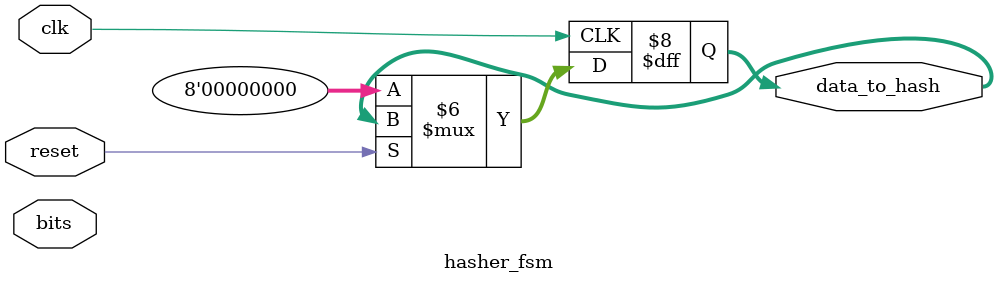
<source format=sv>
`ifndef _HASHER_FSM_
`define _HASHER_FSM_

`default_nettype none `timescale 1 ns / 1 ps

module hasher_fsm (
    input logic clk,
    input logic reset,
    input logic [7:0] bits,  // should be read handle into fifo?
    output logic [7:0] data_to_hash  // this gets written to from_hash_fifo
);

  reg [3:0] current_state;

  logic hasher_enable;

  always @(posedge clk) begin
    if (reset) begin
      hasher_enable <= 0;
    end else begin
      data_to_hash  <= 8'b0;  // TODO: pop from the fifo
      hasher_enable <= 1;
    end
  end

endmodule
`endif

</source>
